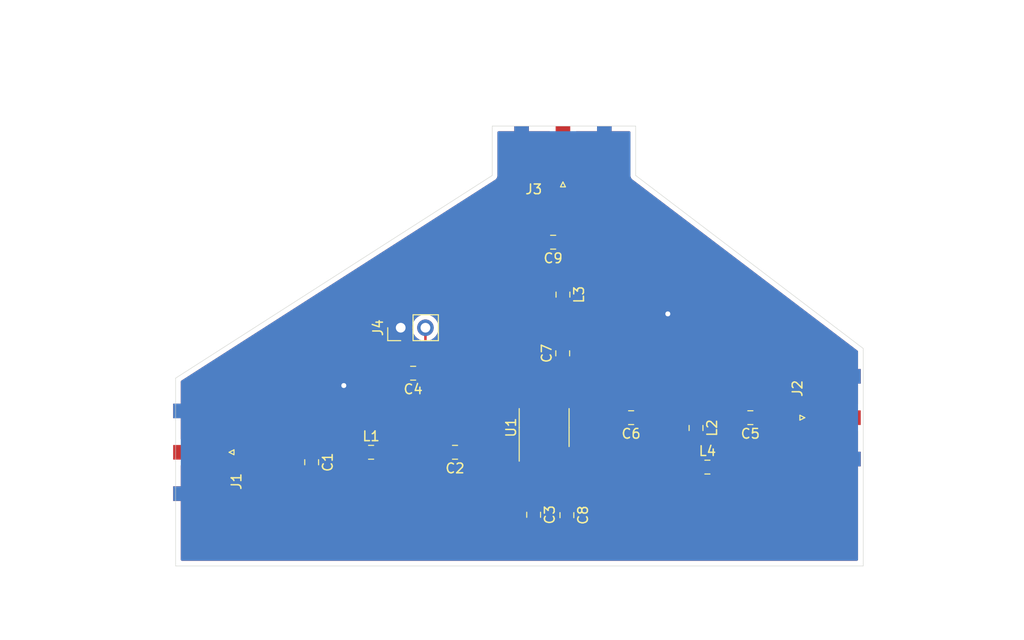
<source format=kicad_pcb>
(kicad_pcb (version 20171130) (host pcbnew "(5.1.5)-3")

  (general
    (thickness 1.6)
    (drawings 8)
    (tracks 28)
    (zones 0)
    (modules 18)
    (nets 15)
  )

  (page A4)
  (layers
    (0 F.Cu signal)
    (31 B.Cu signal)
    (32 B.Adhes user)
    (33 F.Adhes user)
    (34 B.Paste user)
    (35 F.Paste user)
    (36 B.SilkS user)
    (37 F.SilkS user)
    (38 B.Mask user)
    (39 F.Mask user)
    (40 Dwgs.User user)
    (41 Cmts.User user)
    (42 Eco1.User user)
    (43 Eco2.User user)
    (44 Edge.Cuts user)
    (45 Margin user)
    (46 B.CrtYd user)
    (47 F.CrtYd user)
    (48 B.Fab user)
    (49 F.Fab user)
  )

  (setup
    (last_trace_width 0.25)
    (trace_clearance 0.254)
    (zone_clearance 0.508)
    (zone_45_only no)
    (trace_min 0.2)
    (via_size 0.8)
    (via_drill 0.508)
    (via_min_size 0.4)
    (via_min_drill 0.3)
    (uvia_size 0.3)
    (uvia_drill 0.1)
    (uvias_allowed no)
    (uvia_min_size 0.2)
    (uvia_min_drill 0.1)
    (edge_width 0.05)
    (segment_width 0.2)
    (pcb_text_width 0.3)
    (pcb_text_size 1.5 1.5)
    (mod_edge_width 0.12)
    (mod_text_size 1 1)
    (mod_text_width 0.15)
    (pad_size 1.524 1.524)
    (pad_drill 0.762)
    (pad_to_mask_clearance 0.051)
    (solder_mask_min_width 0.25)
    (aux_axis_origin 0 0)
    (visible_elements 7FFFFFFF)
    (pcbplotparams
      (layerselection 0x01000_ffffffff)
      (usegerberextensions false)
      (usegerberattributes false)
      (usegerberadvancedattributes false)
      (creategerberjobfile false)
      (excludeedgelayer true)
      (linewidth 0.100000)
      (plotframeref false)
      (viasonmask false)
      (mode 1)
      (useauxorigin false)
      (hpglpennumber 1)
      (hpglpenspeed 20)
      (hpglpendiameter 15.000000)
      (psnegative false)
      (psa4output false)
      (plotreference true)
      (plotvalue true)
      (plotinvisibletext false)
      (padsonsilk false)
      (subtractmaskfromsilk false)
      (outputformat 1)
      (mirror false)
      (drillshape 0)
      (scaleselection 1)
      (outputdirectory "mill/"))
  )

  (net 0 "")
  (net 1 "Net-(C1-Pad1)")
  (net 2 GND)
  (net 3 "Net-(C2-Pad1)")
  (net 4 "Net-(C2-Pad2)")
  (net 5 "Net-(C3-Pad1)")
  (net 6 VCC)
  (net 7 "Net-(C5-Pad2)")
  (net 8 "Net-(C5-Pad1)")
  (net 9 "Net-(C6-Pad2)")
  (net 10 "Net-(C7-Pad2)")
  (net 11 "Net-(C7-Pad1)")
  (net 12 "Net-(C8-Pad1)")
  (net 13 "Net-(C9-Pad1)")
  (net 14 "Net-(L2-Pad2)")

  (net_class Default "This is the default net class."
    (clearance 0.254)
    (trace_width 0.25)
    (via_dia 0.8)
    (via_drill 0.508)
    (uvia_dia 0.3)
    (uvia_drill 0.1)
    (diff_pair_width 0.254)
    (diff_pair_gap 0.254)
    (add_net GND)
    (add_net "Net-(C1-Pad1)")
    (add_net "Net-(C2-Pad1)")
    (add_net "Net-(C2-Pad2)")
    (add_net "Net-(C3-Pad1)")
    (add_net "Net-(C5-Pad1)")
    (add_net "Net-(C5-Pad2)")
    (add_net "Net-(C6-Pad2)")
    (add_net "Net-(C7-Pad1)")
    (add_net "Net-(C7-Pad2)")
    (add_net "Net-(C8-Pad1)")
    (add_net "Net-(C9-Pad1)")
    (add_net "Net-(L2-Pad2)")
    (add_net VCC)
  )

  (module Capacitor_SMD:C_0805_2012Metric_Pad1.15x1.40mm_HandSolder (layer F.Cu) (tedit 5B36C52B) (tstamp 5E4791F0)
    (at 100.33 85.861 270)
    (descr "Capacitor SMD 0805 (2012 Metric), square (rectangular) end terminal, IPC_7351 nominal with elongated pad for handsoldering. (Body size source: https://docs.google.com/spreadsheets/d/1BsfQQcO9C6DZCsRaXUlFlo91Tg2WpOkGARC1WS5S8t0/edit?usp=sharing), generated with kicad-footprint-generator")
    (tags "capacitor handsolder")
    (path /5E44D56A)
    (attr smd)
    (fp_text reference C1 (at 0 -1.65 90) (layer F.SilkS)
      (effects (font (size 1 1) (thickness 0.15)))
    )
    (fp_text value 24p (at 0 1.65 90) (layer F.Fab)
      (effects (font (size 1 1) (thickness 0.15)))
    )
    (fp_line (start -1 0.6) (end -1 -0.6) (layer F.Fab) (width 0.1))
    (fp_line (start -1 -0.6) (end 1 -0.6) (layer F.Fab) (width 0.1))
    (fp_line (start 1 -0.6) (end 1 0.6) (layer F.Fab) (width 0.1))
    (fp_line (start 1 0.6) (end -1 0.6) (layer F.Fab) (width 0.1))
    (fp_line (start -0.261252 -0.71) (end 0.261252 -0.71) (layer F.SilkS) (width 0.12))
    (fp_line (start -0.261252 0.71) (end 0.261252 0.71) (layer F.SilkS) (width 0.12))
    (fp_line (start -1.85 0.95) (end -1.85 -0.95) (layer F.CrtYd) (width 0.05))
    (fp_line (start -1.85 -0.95) (end 1.85 -0.95) (layer F.CrtYd) (width 0.05))
    (fp_line (start 1.85 -0.95) (end 1.85 0.95) (layer F.CrtYd) (width 0.05))
    (fp_line (start 1.85 0.95) (end -1.85 0.95) (layer F.CrtYd) (width 0.05))
    (fp_text user %R (at 0 0 90) (layer F.Fab)
      (effects (font (size 0.5 0.5) (thickness 0.08)))
    )
    (pad 1 smd roundrect (at -1.025 0 270) (size 1.15 1.4) (layers F.Cu F.Paste F.Mask) (roundrect_rratio 0.217391)
      (net 1 "Net-(C1-Pad1)"))
    (pad 2 smd roundrect (at 1.025 0 270) (size 1.15 1.4) (layers F.Cu F.Paste F.Mask) (roundrect_rratio 0.217391)
      (net 2 GND))
    (model ${KISYS3DMOD}/Capacitor_SMD.3dshapes/C_0805_2012Metric.wrl
      (at (xyz 0 0 0))
      (scale (xyz 1 1 1))
      (rotate (xyz 0 0 0))
    )
  )

  (module Capacitor_SMD:C_0805_2012Metric_Pad1.15x1.40mm_HandSolder (layer F.Cu) (tedit 5B36C52B) (tstamp 5E479201)
    (at 115.053 84.836 180)
    (descr "Capacitor SMD 0805 (2012 Metric), square (rectangular) end terminal, IPC_7351 nominal with elongated pad for handsoldering. (Body size source: https://docs.google.com/spreadsheets/d/1BsfQQcO9C6DZCsRaXUlFlo91Tg2WpOkGARC1WS5S8t0/edit?usp=sharing), generated with kicad-footprint-generator")
    (tags "capacitor handsolder")
    (path /5E4487E9)
    (attr smd)
    (fp_text reference C2 (at 0 -1.65) (layer F.SilkS)
      (effects (font (size 1 1) (thickness 0.15)))
    )
    (fp_text value 10u (at 0 1.65) (layer F.Fab)
      (effects (font (size 1 1) (thickness 0.15)))
    )
    (fp_line (start -1 0.6) (end -1 -0.6) (layer F.Fab) (width 0.1))
    (fp_line (start -1 -0.6) (end 1 -0.6) (layer F.Fab) (width 0.1))
    (fp_line (start 1 -0.6) (end 1 0.6) (layer F.Fab) (width 0.1))
    (fp_line (start 1 0.6) (end -1 0.6) (layer F.Fab) (width 0.1))
    (fp_line (start -0.261252 -0.71) (end 0.261252 -0.71) (layer F.SilkS) (width 0.12))
    (fp_line (start -0.261252 0.71) (end 0.261252 0.71) (layer F.SilkS) (width 0.12))
    (fp_line (start -1.85 0.95) (end -1.85 -0.95) (layer F.CrtYd) (width 0.05))
    (fp_line (start -1.85 -0.95) (end 1.85 -0.95) (layer F.CrtYd) (width 0.05))
    (fp_line (start 1.85 -0.95) (end 1.85 0.95) (layer F.CrtYd) (width 0.05))
    (fp_line (start 1.85 0.95) (end -1.85 0.95) (layer F.CrtYd) (width 0.05))
    (fp_text user %R (at 0 0) (layer F.Fab)
      (effects (font (size 0.5 0.5) (thickness 0.08)))
    )
    (pad 1 smd roundrect (at -1.025 0 180) (size 1.15 1.4) (layers F.Cu F.Paste F.Mask) (roundrect_rratio 0.217391)
      (net 3 "Net-(C2-Pad1)"))
    (pad 2 smd roundrect (at 1.025 0 180) (size 1.15 1.4) (layers F.Cu F.Paste F.Mask) (roundrect_rratio 0.217391)
      (net 4 "Net-(C2-Pad2)"))
    (model ${KISYS3DMOD}/Capacitor_SMD.3dshapes/C_0805_2012Metric.wrl
      (at (xyz 0 0 0))
      (scale (xyz 1 1 1))
      (rotate (xyz 0 0 0))
    )
  )

  (module Capacitor_SMD:C_0805_2012Metric_Pad1.15x1.40mm_HandSolder (layer F.Cu) (tedit 5B36C52B) (tstamp 5E479212)
    (at 123.1265 91.2585 270)
    (descr "Capacitor SMD 0805 (2012 Metric), square (rectangular) end terminal, IPC_7351 nominal with elongated pad for handsoldering. (Body size source: https://docs.google.com/spreadsheets/d/1BsfQQcO9C6DZCsRaXUlFlo91Tg2WpOkGARC1WS5S8t0/edit?usp=sharing), generated with kicad-footprint-generator")
    (tags "capacitor handsolder")
    (path /5E449573)
    (attr smd)
    (fp_text reference C3 (at 0 -1.65 90) (layer F.SilkS)
      (effects (font (size 1 1) (thickness 0.15)))
    )
    (fp_text value 10u (at 0 1.65 90) (layer F.Fab)
      (effects (font (size 1 1) (thickness 0.15)))
    )
    (fp_line (start -1 0.6) (end -1 -0.6) (layer F.Fab) (width 0.1))
    (fp_line (start -1 -0.6) (end 1 -0.6) (layer F.Fab) (width 0.1))
    (fp_line (start 1 -0.6) (end 1 0.6) (layer F.Fab) (width 0.1))
    (fp_line (start 1 0.6) (end -1 0.6) (layer F.Fab) (width 0.1))
    (fp_line (start -0.261252 -0.71) (end 0.261252 -0.71) (layer F.SilkS) (width 0.12))
    (fp_line (start -0.261252 0.71) (end 0.261252 0.71) (layer F.SilkS) (width 0.12))
    (fp_line (start -1.85 0.95) (end -1.85 -0.95) (layer F.CrtYd) (width 0.05))
    (fp_line (start -1.85 -0.95) (end 1.85 -0.95) (layer F.CrtYd) (width 0.05))
    (fp_line (start 1.85 -0.95) (end 1.85 0.95) (layer F.CrtYd) (width 0.05))
    (fp_line (start 1.85 0.95) (end -1.85 0.95) (layer F.CrtYd) (width 0.05))
    (fp_text user %R (at 0 0 90) (layer F.Fab)
      (effects (font (size 0.5 0.5) (thickness 0.08)))
    )
    (pad 1 smd roundrect (at -1.025 0 270) (size 1.15 1.4) (layers F.Cu F.Paste F.Mask) (roundrect_rratio 0.217391)
      (net 5 "Net-(C3-Pad1)"))
    (pad 2 smd roundrect (at 1.025 0 270) (size 1.15 1.4) (layers F.Cu F.Paste F.Mask) (roundrect_rratio 0.217391)
      (net 2 GND))
    (model ${KISYS3DMOD}/Capacitor_SMD.3dshapes/C_0805_2012Metric.wrl
      (at (xyz 0 0 0))
      (scale (xyz 1 1 1))
      (rotate (xyz 0 0 0))
    )
  )

  (module Capacitor_SMD:C_0805_2012Metric_Pad1.15x1.40mm_HandSolder (layer F.Cu) (tedit 5B36C52B) (tstamp 5E479223)
    (at 110.753 76.708 180)
    (descr "Capacitor SMD 0805 (2012 Metric), square (rectangular) end terminal, IPC_7351 nominal with elongated pad for handsoldering. (Body size source: https://docs.google.com/spreadsheets/d/1BsfQQcO9C6DZCsRaXUlFlo91Tg2WpOkGARC1WS5S8t0/edit?usp=sharing), generated with kicad-footprint-generator")
    (tags "capacitor handsolder")
    (path /5E4687A5)
    (attr smd)
    (fp_text reference C4 (at 0 -1.65) (layer F.SilkS)
      (effects (font (size 1 1) (thickness 0.15)))
    )
    (fp_text value 10u (at 0 1.65) (layer F.Fab)
      (effects (font (size 1 1) (thickness 0.15)))
    )
    (fp_text user %R (at 0 0) (layer F.Fab)
      (effects (font (size 0.5 0.5) (thickness 0.08)))
    )
    (fp_line (start 1.85 0.95) (end -1.85 0.95) (layer F.CrtYd) (width 0.05))
    (fp_line (start 1.85 -0.95) (end 1.85 0.95) (layer F.CrtYd) (width 0.05))
    (fp_line (start -1.85 -0.95) (end 1.85 -0.95) (layer F.CrtYd) (width 0.05))
    (fp_line (start -1.85 0.95) (end -1.85 -0.95) (layer F.CrtYd) (width 0.05))
    (fp_line (start -0.261252 0.71) (end 0.261252 0.71) (layer F.SilkS) (width 0.12))
    (fp_line (start -0.261252 -0.71) (end 0.261252 -0.71) (layer F.SilkS) (width 0.12))
    (fp_line (start 1 0.6) (end -1 0.6) (layer F.Fab) (width 0.1))
    (fp_line (start 1 -0.6) (end 1 0.6) (layer F.Fab) (width 0.1))
    (fp_line (start -1 -0.6) (end 1 -0.6) (layer F.Fab) (width 0.1))
    (fp_line (start -1 0.6) (end -1 -0.6) (layer F.Fab) (width 0.1))
    (pad 2 smd roundrect (at 1.025 0 180) (size 1.15 1.4) (layers F.Cu F.Paste F.Mask) (roundrect_rratio 0.217391)
      (net 2 GND))
    (pad 1 smd roundrect (at -1.025 0 180) (size 1.15 1.4) (layers F.Cu F.Paste F.Mask) (roundrect_rratio 0.217391)
      (net 6 VCC))
    (model ${KISYS3DMOD}/Capacitor_SMD.3dshapes/C_0805_2012Metric.wrl
      (at (xyz 0 0 0))
      (scale (xyz 1 1 1))
      (rotate (xyz 0 0 0))
    )
  )

  (module Capacitor_SMD:C_0805_2012Metric_Pad1.15x1.40mm_HandSolder (layer F.Cu) (tedit 5B36C52B) (tstamp 5E479234)
    (at 145.3806 81.28 180)
    (descr "Capacitor SMD 0805 (2012 Metric), square (rectangular) end terminal, IPC_7351 nominal with elongated pad for handsoldering. (Body size source: https://docs.google.com/spreadsheets/d/1BsfQQcO9C6DZCsRaXUlFlo91Tg2WpOkGARC1WS5S8t0/edit?usp=sharing), generated with kicad-footprint-generator")
    (tags "capacitor handsolder")
    (path /5E462B15)
    (attr smd)
    (fp_text reference C5 (at 0 -1.65) (layer F.SilkS)
      (effects (font (size 1 1) (thickness 0.15)))
    )
    (fp_text value 2.2n (at 0 1.65) (layer F.Fab)
      (effects (font (size 1 1) (thickness 0.15)))
    )
    (fp_text user %R (at 0 0) (layer F.Fab)
      (effects (font (size 0.5 0.5) (thickness 0.08)))
    )
    (fp_line (start 1.85 0.95) (end -1.85 0.95) (layer F.CrtYd) (width 0.05))
    (fp_line (start 1.85 -0.95) (end 1.85 0.95) (layer F.CrtYd) (width 0.05))
    (fp_line (start -1.85 -0.95) (end 1.85 -0.95) (layer F.CrtYd) (width 0.05))
    (fp_line (start -1.85 0.95) (end -1.85 -0.95) (layer F.CrtYd) (width 0.05))
    (fp_line (start -0.261252 0.71) (end 0.261252 0.71) (layer F.SilkS) (width 0.12))
    (fp_line (start -0.261252 -0.71) (end 0.261252 -0.71) (layer F.SilkS) (width 0.12))
    (fp_line (start 1 0.6) (end -1 0.6) (layer F.Fab) (width 0.1))
    (fp_line (start 1 -0.6) (end 1 0.6) (layer F.Fab) (width 0.1))
    (fp_line (start -1 -0.6) (end 1 -0.6) (layer F.Fab) (width 0.1))
    (fp_line (start -1 0.6) (end -1 -0.6) (layer F.Fab) (width 0.1))
    (pad 2 smd roundrect (at 1.025 0 180) (size 1.15 1.4) (layers F.Cu F.Paste F.Mask) (roundrect_rratio 0.217391)
      (net 7 "Net-(C5-Pad2)"))
    (pad 1 smd roundrect (at -1.025 0 180) (size 1.15 1.4) (layers F.Cu F.Paste F.Mask) (roundrect_rratio 0.217391)
      (net 8 "Net-(C5-Pad1)"))
    (model ${KISYS3DMOD}/Capacitor_SMD.3dshapes/C_0805_2012Metric.wrl
      (at (xyz 0 0 0))
      (scale (xyz 1 1 1))
      (rotate (xyz 0 0 0))
    )
  )

  (module Capacitor_SMD:C_0805_2012Metric_Pad1.15x1.40mm_HandSolder (layer F.Cu) (tedit 5B36C52B) (tstamp 5E479245)
    (at 133.1378 81.28 180)
    (descr "Capacitor SMD 0805 (2012 Metric), square (rectangular) end terminal, IPC_7351 nominal with elongated pad for handsoldering. (Body size source: https://docs.google.com/spreadsheets/d/1BsfQQcO9C6DZCsRaXUlFlo91Tg2WpOkGARC1WS5S8t0/edit?usp=sharing), generated with kicad-footprint-generator")
    (tags "capacitor handsolder")
    (path /5E465A73)
    (attr smd)
    (fp_text reference C6 (at 0 -1.65) (layer F.SilkS)
      (effects (font (size 1 1) (thickness 0.15)))
    )
    (fp_text value 10u (at 0 1.65) (layer F.Fab)
      (effects (font (size 1 1) (thickness 0.15)))
    )
    (fp_line (start -1 0.6) (end -1 -0.6) (layer F.Fab) (width 0.1))
    (fp_line (start -1 -0.6) (end 1 -0.6) (layer F.Fab) (width 0.1))
    (fp_line (start 1 -0.6) (end 1 0.6) (layer F.Fab) (width 0.1))
    (fp_line (start 1 0.6) (end -1 0.6) (layer F.Fab) (width 0.1))
    (fp_line (start -0.261252 -0.71) (end 0.261252 -0.71) (layer F.SilkS) (width 0.12))
    (fp_line (start -0.261252 0.71) (end 0.261252 0.71) (layer F.SilkS) (width 0.12))
    (fp_line (start -1.85 0.95) (end -1.85 -0.95) (layer F.CrtYd) (width 0.05))
    (fp_line (start -1.85 -0.95) (end 1.85 -0.95) (layer F.CrtYd) (width 0.05))
    (fp_line (start 1.85 -0.95) (end 1.85 0.95) (layer F.CrtYd) (width 0.05))
    (fp_line (start 1.85 0.95) (end -1.85 0.95) (layer F.CrtYd) (width 0.05))
    (fp_text user %R (at 0 0) (layer F.Fab)
      (effects (font (size 0.5 0.5) (thickness 0.08)))
    )
    (pad 1 smd roundrect (at -1.025 0 180) (size 1.15 1.4) (layers F.Cu F.Paste F.Mask) (roundrect_rratio 0.217391)
      (net 7 "Net-(C5-Pad2)"))
    (pad 2 smd roundrect (at 1.025 0 180) (size 1.15 1.4) (layers F.Cu F.Paste F.Mask) (roundrect_rratio 0.217391)
      (net 9 "Net-(C6-Pad2)"))
    (model ${KISYS3DMOD}/Capacitor_SMD.3dshapes/C_0805_2012Metric.wrl
      (at (xyz 0 0 0))
      (scale (xyz 1 1 1))
      (rotate (xyz 0 0 0))
    )
  )

  (module Capacitor_SMD:C_0805_2012Metric_Pad1.15x1.40mm_HandSolder (layer F.Cu) (tedit 5B36C52B) (tstamp 5E479256)
    (at 126.111 74.667 90)
    (descr "Capacitor SMD 0805 (2012 Metric), square (rectangular) end terminal, IPC_7351 nominal with elongated pad for handsoldering. (Body size source: https://docs.google.com/spreadsheets/d/1BsfQQcO9C6DZCsRaXUlFlo91Tg2WpOkGARC1WS5S8t0/edit?usp=sharing), generated with kicad-footprint-generator")
    (tags "capacitor handsolder")
    (path /5E451C2F)
    (attr smd)
    (fp_text reference C7 (at 0 -1.65 90) (layer F.SilkS)
      (effects (font (size 1 1) (thickness 0.15)))
    )
    (fp_text value 10u (at 0 1.65 90) (layer F.Fab)
      (effects (font (size 1 1) (thickness 0.15)))
    )
    (fp_text user %R (at 0 0 90) (layer F.Fab)
      (effects (font (size 0.5 0.5) (thickness 0.08)))
    )
    (fp_line (start 1.85 0.95) (end -1.85 0.95) (layer F.CrtYd) (width 0.05))
    (fp_line (start 1.85 -0.95) (end 1.85 0.95) (layer F.CrtYd) (width 0.05))
    (fp_line (start -1.85 -0.95) (end 1.85 -0.95) (layer F.CrtYd) (width 0.05))
    (fp_line (start -1.85 0.95) (end -1.85 -0.95) (layer F.CrtYd) (width 0.05))
    (fp_line (start -0.261252 0.71) (end 0.261252 0.71) (layer F.SilkS) (width 0.12))
    (fp_line (start -0.261252 -0.71) (end 0.261252 -0.71) (layer F.SilkS) (width 0.12))
    (fp_line (start 1 0.6) (end -1 0.6) (layer F.Fab) (width 0.1))
    (fp_line (start 1 -0.6) (end 1 0.6) (layer F.Fab) (width 0.1))
    (fp_line (start -1 -0.6) (end 1 -0.6) (layer F.Fab) (width 0.1))
    (fp_line (start -1 0.6) (end -1 -0.6) (layer F.Fab) (width 0.1))
    (pad 2 smd roundrect (at 1.025 0 90) (size 1.15 1.4) (layers F.Cu F.Paste F.Mask) (roundrect_rratio 0.217391)
      (net 10 "Net-(C7-Pad2)"))
    (pad 1 smd roundrect (at -1.025 0 90) (size 1.15 1.4) (layers F.Cu F.Paste F.Mask) (roundrect_rratio 0.217391)
      (net 11 "Net-(C7-Pad1)"))
    (model ${KISYS3DMOD}/Capacitor_SMD.3dshapes/C_0805_2012Metric.wrl
      (at (xyz 0 0 0))
      (scale (xyz 1 1 1))
      (rotate (xyz 0 0 0))
    )
  )

  (module Capacitor_SMD:C_0805_2012Metric_Pad1.15x1.40mm_HandSolder (layer F.Cu) (tedit 5B36C52B) (tstamp 5E479267)
    (at 126.5428 91.2966 270)
    (descr "Capacitor SMD 0805 (2012 Metric), square (rectangular) end terminal, IPC_7351 nominal with elongated pad for handsoldering. (Body size source: https://docs.google.com/spreadsheets/d/1BsfQQcO9C6DZCsRaXUlFlo91Tg2WpOkGARC1WS5S8t0/edit?usp=sharing), generated with kicad-footprint-generator")
    (tags "capacitor handsolder")
    (path /5E451C39)
    (attr smd)
    (fp_text reference C8 (at 0 -1.65 90) (layer F.SilkS)
      (effects (font (size 1 1) (thickness 0.15)))
    )
    (fp_text value 10u (at 0 1.65 90) (layer F.Fab)
      (effects (font (size 1 1) (thickness 0.15)))
    )
    (fp_line (start -1 0.6) (end -1 -0.6) (layer F.Fab) (width 0.1))
    (fp_line (start -1 -0.6) (end 1 -0.6) (layer F.Fab) (width 0.1))
    (fp_line (start 1 -0.6) (end 1 0.6) (layer F.Fab) (width 0.1))
    (fp_line (start 1 0.6) (end -1 0.6) (layer F.Fab) (width 0.1))
    (fp_line (start -0.261252 -0.71) (end 0.261252 -0.71) (layer F.SilkS) (width 0.12))
    (fp_line (start -0.261252 0.71) (end 0.261252 0.71) (layer F.SilkS) (width 0.12))
    (fp_line (start -1.85 0.95) (end -1.85 -0.95) (layer F.CrtYd) (width 0.05))
    (fp_line (start -1.85 -0.95) (end 1.85 -0.95) (layer F.CrtYd) (width 0.05))
    (fp_line (start 1.85 -0.95) (end 1.85 0.95) (layer F.CrtYd) (width 0.05))
    (fp_line (start 1.85 0.95) (end -1.85 0.95) (layer F.CrtYd) (width 0.05))
    (fp_text user %R (at 0 0 90) (layer F.Fab)
      (effects (font (size 0.5 0.5) (thickness 0.08)))
    )
    (pad 1 smd roundrect (at -1.025 0 270) (size 1.15 1.4) (layers F.Cu F.Paste F.Mask) (roundrect_rratio 0.217391)
      (net 12 "Net-(C8-Pad1)"))
    (pad 2 smd roundrect (at 1.025 0 270) (size 1.15 1.4) (layers F.Cu F.Paste F.Mask) (roundrect_rratio 0.217391)
      (net 2 GND))
    (model ${KISYS3DMOD}/Capacitor_SMD.3dshapes/C_0805_2012Metric.wrl
      (at (xyz 0 0 0))
      (scale (xyz 1 1 1))
      (rotate (xyz 0 0 0))
    )
  )

  (module Capacitor_SMD:C_0805_2012Metric_Pad1.15x1.40mm_HandSolder (layer F.Cu) (tedit 5B36C52B) (tstamp 5E479278)
    (at 125.1294 63.246 180)
    (descr "Capacitor SMD 0805 (2012 Metric), square (rectangular) end terminal, IPC_7351 nominal with elongated pad for handsoldering. (Body size source: https://docs.google.com/spreadsheets/d/1BsfQQcO9C6DZCsRaXUlFlo91Tg2WpOkGARC1WS5S8t0/edit?usp=sharing), generated with kicad-footprint-generator")
    (tags "capacitor handsolder")
    (path /5E451C70)
    (attr smd)
    (fp_text reference C9 (at 0 -1.65) (layer F.SilkS)
      (effects (font (size 1 1) (thickness 0.15)))
    )
    (fp_text value 820p (at 0 1.65) (layer F.Fab)
      (effects (font (size 1 1) (thickness 0.15)))
    )
    (fp_text user %R (at 0 0) (layer F.Fab)
      (effects (font (size 0.5 0.5) (thickness 0.08)))
    )
    (fp_line (start 1.85 0.95) (end -1.85 0.95) (layer F.CrtYd) (width 0.05))
    (fp_line (start 1.85 -0.95) (end 1.85 0.95) (layer F.CrtYd) (width 0.05))
    (fp_line (start -1.85 -0.95) (end 1.85 -0.95) (layer F.CrtYd) (width 0.05))
    (fp_line (start -1.85 0.95) (end -1.85 -0.95) (layer F.CrtYd) (width 0.05))
    (fp_line (start -0.261252 0.71) (end 0.261252 0.71) (layer F.SilkS) (width 0.12))
    (fp_line (start -0.261252 -0.71) (end 0.261252 -0.71) (layer F.SilkS) (width 0.12))
    (fp_line (start 1 0.6) (end -1 0.6) (layer F.Fab) (width 0.1))
    (fp_line (start 1 -0.6) (end 1 0.6) (layer F.Fab) (width 0.1))
    (fp_line (start -1 -0.6) (end 1 -0.6) (layer F.Fab) (width 0.1))
    (fp_line (start -1 0.6) (end -1 -0.6) (layer F.Fab) (width 0.1))
    (pad 2 smd roundrect (at 1.025 0 180) (size 1.15 1.4) (layers F.Cu F.Paste F.Mask) (roundrect_rratio 0.217391)
      (net 2 GND))
    (pad 1 smd roundrect (at -1.025 0 180) (size 1.15 1.4) (layers F.Cu F.Paste F.Mask) (roundrect_rratio 0.217391)
      (net 13 "Net-(C9-Pad1)"))
    (model ${KISYS3DMOD}/Capacitor_SMD.3dshapes/C_0805_2012Metric.wrl
      (at (xyz 0 0 0))
      (scale (xyz 1 1 1))
      (rotate (xyz 0 0 0))
    )
  )

  (module Inductor_SMD:L_0805_2012Metric_Pad1.15x1.40mm_HandSolder (layer F.Cu) (tedit 5B36C52B) (tstamp 5E47930D)
    (at 106.435 84.836)
    (descr "Capacitor SMD 0805 (2012 Metric), square (rectangular) end terminal, IPC_7351 nominal with elongated pad for handsoldering. (Body size source: https://docs.google.com/spreadsheets/d/1BsfQQcO9C6DZCsRaXUlFlo91Tg2WpOkGARC1WS5S8t0/edit?usp=sharing), generated with kicad-footprint-generator")
    (tags "inductor handsolder")
    (path /5E44CBA9)
    (attr smd)
    (fp_text reference L1 (at 0 -1.65) (layer F.SilkS)
      (effects (font (size 1 1) (thickness 0.15)))
    )
    (fp_text value 2uH (at 0 1.65) (layer F.Fab)
      (effects (font (size 1 1) (thickness 0.15)))
    )
    (fp_text user %R (at 0 0) (layer F.Fab)
      (effects (font (size 0.5 0.5) (thickness 0.08)))
    )
    (fp_line (start 1.85 0.95) (end -1.85 0.95) (layer F.CrtYd) (width 0.05))
    (fp_line (start 1.85 -0.95) (end 1.85 0.95) (layer F.CrtYd) (width 0.05))
    (fp_line (start -1.85 -0.95) (end 1.85 -0.95) (layer F.CrtYd) (width 0.05))
    (fp_line (start -1.85 0.95) (end -1.85 -0.95) (layer F.CrtYd) (width 0.05))
    (fp_line (start -0.261252 0.71) (end 0.261252 0.71) (layer F.SilkS) (width 0.12))
    (fp_line (start -0.261252 -0.71) (end 0.261252 -0.71) (layer F.SilkS) (width 0.12))
    (fp_line (start 1 0.6) (end -1 0.6) (layer F.Fab) (width 0.1))
    (fp_line (start 1 -0.6) (end 1 0.6) (layer F.Fab) (width 0.1))
    (fp_line (start -1 -0.6) (end 1 -0.6) (layer F.Fab) (width 0.1))
    (fp_line (start -1 0.6) (end -1 -0.6) (layer F.Fab) (width 0.1))
    (pad 2 smd roundrect (at 1.025 0) (size 1.15 1.4) (layers F.Cu F.Paste F.Mask) (roundrect_rratio 0.217391)
      (net 4 "Net-(C2-Pad2)"))
    (pad 1 smd roundrect (at -1.025 0) (size 1.15 1.4) (layers F.Cu F.Paste F.Mask) (roundrect_rratio 0.217391)
      (net 1 "Net-(C1-Pad1)"))
    (model ${KISYS3DMOD}/Inductor_SMD.3dshapes/L_0805_2012Metric.wrl
      (at (xyz 0 0 0))
      (scale (xyz 1 1 1))
      (rotate (xyz 0 0 0))
    )
  )

  (module Inductor_SMD:L_0805_2012Metric_Pad1.15x1.40mm_HandSolder (layer F.Cu) (tedit 5B36C52B) (tstamp 5E47931E)
    (at 139.8016 82.3378 270)
    (descr "Capacitor SMD 0805 (2012 Metric), square (rectangular) end terminal, IPC_7351 nominal with elongated pad for handsoldering. (Body size source: https://docs.google.com/spreadsheets/d/1BsfQQcO9C6DZCsRaXUlFlo91Tg2WpOkGARC1WS5S8t0/edit?usp=sharing), generated with kicad-footprint-generator")
    (tags "inductor handsolder")
    (path /5E4634AE)
    (attr smd)
    (fp_text reference L2 (at 0 -1.65 90) (layer F.SilkS)
      (effects (font (size 1 1) (thickness 0.15)))
    )
    (fp_text value 5.6u (at 0 1.65 90) (layer F.Fab)
      (effects (font (size 1 1) (thickness 0.15)))
    )
    (fp_text user %R (at 0 0 90) (layer F.Fab)
      (effects (font (size 0.5 0.5) (thickness 0.08)))
    )
    (fp_line (start 1.85 0.95) (end -1.85 0.95) (layer F.CrtYd) (width 0.05))
    (fp_line (start 1.85 -0.95) (end 1.85 0.95) (layer F.CrtYd) (width 0.05))
    (fp_line (start -1.85 -0.95) (end 1.85 -0.95) (layer F.CrtYd) (width 0.05))
    (fp_line (start -1.85 0.95) (end -1.85 -0.95) (layer F.CrtYd) (width 0.05))
    (fp_line (start -0.261252 0.71) (end 0.261252 0.71) (layer F.SilkS) (width 0.12))
    (fp_line (start -0.261252 -0.71) (end 0.261252 -0.71) (layer F.SilkS) (width 0.12))
    (fp_line (start 1 0.6) (end -1 0.6) (layer F.Fab) (width 0.1))
    (fp_line (start 1 -0.6) (end 1 0.6) (layer F.Fab) (width 0.1))
    (fp_line (start -1 -0.6) (end 1 -0.6) (layer F.Fab) (width 0.1))
    (fp_line (start -1 0.6) (end -1 -0.6) (layer F.Fab) (width 0.1))
    (pad 2 smd roundrect (at 1.025 0 270) (size 1.15 1.4) (layers F.Cu F.Paste F.Mask) (roundrect_rratio 0.217391)
      (net 14 "Net-(L2-Pad2)"))
    (pad 1 smd roundrect (at -1.025 0 270) (size 1.15 1.4) (layers F.Cu F.Paste F.Mask) (roundrect_rratio 0.217391)
      (net 7 "Net-(C5-Pad2)"))
    (model ${KISYS3DMOD}/Inductor_SMD.3dshapes/L_0805_2012Metric.wrl
      (at (xyz 0 0 0))
      (scale (xyz 1 1 1))
      (rotate (xyz 0 0 0))
    )
  )

  (module Inductor_SMD:L_0805_2012Metric_Pad1.15x1.40mm_HandSolder (layer F.Cu) (tedit 5B36C52B) (tstamp 5E47932F)
    (at 126.1364 68.6308 270)
    (descr "Capacitor SMD 0805 (2012 Metric), square (rectangular) end terminal, IPC_7351 nominal with elongated pad for handsoldering. (Body size source: https://docs.google.com/spreadsheets/d/1BsfQQcO9C6DZCsRaXUlFlo91Tg2WpOkGARC1WS5S8t0/edit?usp=sharing), generated with kicad-footprint-generator")
    (tags "inductor handsolder")
    (path /5E451C66)
    (attr smd)
    (fp_text reference L3 (at 0 -1.65 90) (layer F.SilkS)
      (effects (font (size 1 1) (thickness 0.15)))
    )
    (fp_text value 68n (at 0 1.65 90) (layer F.Fab)
      (effects (font (size 1 1) (thickness 0.15)))
    )
    (fp_line (start -1 0.6) (end -1 -0.6) (layer F.Fab) (width 0.1))
    (fp_line (start -1 -0.6) (end 1 -0.6) (layer F.Fab) (width 0.1))
    (fp_line (start 1 -0.6) (end 1 0.6) (layer F.Fab) (width 0.1))
    (fp_line (start 1 0.6) (end -1 0.6) (layer F.Fab) (width 0.1))
    (fp_line (start -0.261252 -0.71) (end 0.261252 -0.71) (layer F.SilkS) (width 0.12))
    (fp_line (start -0.261252 0.71) (end 0.261252 0.71) (layer F.SilkS) (width 0.12))
    (fp_line (start -1.85 0.95) (end -1.85 -0.95) (layer F.CrtYd) (width 0.05))
    (fp_line (start -1.85 -0.95) (end 1.85 -0.95) (layer F.CrtYd) (width 0.05))
    (fp_line (start 1.85 -0.95) (end 1.85 0.95) (layer F.CrtYd) (width 0.05))
    (fp_line (start 1.85 0.95) (end -1.85 0.95) (layer F.CrtYd) (width 0.05))
    (fp_text user %R (at 0 0 90) (layer F.Fab)
      (effects (font (size 0.5 0.5) (thickness 0.08)))
    )
    (pad 1 smd roundrect (at -1.025 0 270) (size 1.15 1.4) (layers F.Cu F.Paste F.Mask) (roundrect_rratio 0.217391)
      (net 13 "Net-(C9-Pad1)"))
    (pad 2 smd roundrect (at 1.025 0 270) (size 1.15 1.4) (layers F.Cu F.Paste F.Mask) (roundrect_rratio 0.217391)
      (net 10 "Net-(C7-Pad2)"))
    (model ${KISYS3DMOD}/Inductor_SMD.3dshapes/L_0805_2012Metric.wrl
      (at (xyz 0 0 0))
      (scale (xyz 1 1 1))
      (rotate (xyz 0 0 0))
    )
  )

  (module Inductor_SMD:L_0805_2012Metric_Pad1.15x1.40mm_HandSolder (layer F.Cu) (tedit 5B36C52B) (tstamp 5E479340)
    (at 140.97 86.36)
    (descr "Capacitor SMD 0805 (2012 Metric), square (rectangular) end terminal, IPC_7351 nominal with elongated pad for handsoldering. (Body size source: https://docs.google.com/spreadsheets/d/1BsfQQcO9C6DZCsRaXUlFlo91Tg2WpOkGARC1WS5S8t0/edit?usp=sharing), generated with kicad-footprint-generator")
    (tags "inductor handsolder")
    (path /5E464083)
    (attr smd)
    (fp_text reference L4 (at 0 -1.65) (layer F.SilkS)
      (effects (font (size 1 1) (thickness 0.15)))
    )
    (fp_text value 680n (at 0 1.65) (layer F.Fab)
      (effects (font (size 1 1) (thickness 0.15)))
    )
    (fp_line (start -1 0.6) (end -1 -0.6) (layer F.Fab) (width 0.1))
    (fp_line (start -1 -0.6) (end 1 -0.6) (layer F.Fab) (width 0.1))
    (fp_line (start 1 -0.6) (end 1 0.6) (layer F.Fab) (width 0.1))
    (fp_line (start 1 0.6) (end -1 0.6) (layer F.Fab) (width 0.1))
    (fp_line (start -0.261252 -0.71) (end 0.261252 -0.71) (layer F.SilkS) (width 0.12))
    (fp_line (start -0.261252 0.71) (end 0.261252 0.71) (layer F.SilkS) (width 0.12))
    (fp_line (start -1.85 0.95) (end -1.85 -0.95) (layer F.CrtYd) (width 0.05))
    (fp_line (start -1.85 -0.95) (end 1.85 -0.95) (layer F.CrtYd) (width 0.05))
    (fp_line (start 1.85 -0.95) (end 1.85 0.95) (layer F.CrtYd) (width 0.05))
    (fp_line (start 1.85 0.95) (end -1.85 0.95) (layer F.CrtYd) (width 0.05))
    (fp_text user %R (at 0 0) (layer F.Fab)
      (effects (font (size 0.5 0.5) (thickness 0.08)))
    )
    (pad 1 smd roundrect (at -1.025 0) (size 1.15 1.4) (layers F.Cu F.Paste F.Mask) (roundrect_rratio 0.217391)
      (net 14 "Net-(L2-Pad2)"))
    (pad 2 smd roundrect (at 1.025 0) (size 1.15 1.4) (layers F.Cu F.Paste F.Mask) (roundrect_rratio 0.217391)
      (net 2 GND))
    (model ${KISYS3DMOD}/Inductor_SMD.3dshapes/L_0805_2012Metric.wrl
      (at (xyz 0 0 0))
      (scale (xyz 1 1 1))
      (rotate (xyz 0 0 0))
    )
  )

  (module Package_SO:SO-8_3.9x4.9mm_P1.27mm (layer F.Cu) (tedit 5D9F72B1) (tstamp 5E47935A)
    (at 124.206 82.296 90)
    (descr "SO, 8 Pin (https://www.nxp.com/docs/en/data-sheet/PCF8523.pdf), generated with kicad-footprint-generator ipc_gullwing_generator.py")
    (tags "SO SO")
    (path /5E447907)
    (attr smd)
    (fp_text reference U1 (at 0 -3.4 90) (layer F.SilkS)
      (effects (font (size 1 1) (thickness 0.15)))
    )
    (fp_text value SA602 (at 0 3.4 90) (layer F.Fab)
      (effects (font (size 1 1) (thickness 0.15)))
    )
    (fp_line (start 0 2.56) (end 1.95 2.56) (layer F.SilkS) (width 0.12))
    (fp_line (start 0 2.56) (end -1.95 2.56) (layer F.SilkS) (width 0.12))
    (fp_line (start 0 -2.56) (end 1.95 -2.56) (layer F.SilkS) (width 0.12))
    (fp_line (start 0 -2.56) (end -3.45 -2.56) (layer F.SilkS) (width 0.12))
    (fp_line (start -0.975 -2.45) (end 1.95 -2.45) (layer F.Fab) (width 0.1))
    (fp_line (start 1.95 -2.45) (end 1.95 2.45) (layer F.Fab) (width 0.1))
    (fp_line (start 1.95 2.45) (end -1.95 2.45) (layer F.Fab) (width 0.1))
    (fp_line (start -1.95 2.45) (end -1.95 -1.475) (layer F.Fab) (width 0.1))
    (fp_line (start -1.95 -1.475) (end -0.975 -2.45) (layer F.Fab) (width 0.1))
    (fp_line (start -3.7 -2.7) (end -3.7 2.7) (layer F.CrtYd) (width 0.05))
    (fp_line (start -3.7 2.7) (end 3.7 2.7) (layer F.CrtYd) (width 0.05))
    (fp_line (start 3.7 2.7) (end 3.7 -2.7) (layer F.CrtYd) (width 0.05))
    (fp_line (start 3.7 -2.7) (end -3.7 -2.7) (layer F.CrtYd) (width 0.05))
    (fp_text user %R (at 0 0 90) (layer F.Fab)
      (effects (font (size 0.98 0.98) (thickness 0.15)))
    )
    (pad 1 smd roundrect (at -2.575 -1.905 90) (size 1.75 0.6) (layers F.Cu F.Paste F.Mask) (roundrect_rratio 0.25)
      (net 3 "Net-(C2-Pad1)"))
    (pad 2 smd roundrect (at -2.575 -0.635 90) (size 1.75 0.6) (layers F.Cu F.Paste F.Mask) (roundrect_rratio 0.25)
      (net 5 "Net-(C3-Pad1)"))
    (pad 3 smd roundrect (at -2.575 0.635 90) (size 1.75 0.6) (layers F.Cu F.Paste F.Mask) (roundrect_rratio 0.25)
      (net 2 GND))
    (pad 4 smd roundrect (at -2.575 1.905 90) (size 1.75 0.6) (layers F.Cu F.Paste F.Mask) (roundrect_rratio 0.25)
      (net 12 "Net-(C8-Pad1)"))
    (pad 5 smd roundrect (at 2.575 1.905 90) (size 1.75 0.6) (layers F.Cu F.Paste F.Mask) (roundrect_rratio 0.25)
      (net 11 "Net-(C7-Pad1)"))
    (pad 6 smd roundrect (at 2.575 0.635 90) (size 1.75 0.6) (layers F.Cu F.Paste F.Mask) (roundrect_rratio 0.25)
      (net 9 "Net-(C6-Pad2)"))
    (pad 7 smd roundrect (at 2.575 -0.635 90) (size 1.75 0.6) (layers F.Cu F.Paste F.Mask) (roundrect_rratio 0.25))
    (pad 8 smd roundrect (at 2.575 -1.905 90) (size 1.75 0.6) (layers F.Cu F.Paste F.Mask) (roundrect_rratio 0.25)
      (net 6 VCC))
    (model ${KISYS3DMOD}/Package_SO.3dshapes/SO-8_3.9x4.9mm_P1.27mm.wrl
      (at (xyz 0 0 0))
      (scale (xyz 1 1 1))
      (rotate (xyz 0 0 0))
    )
  )

  (module Connector_PinHeader_2.54mm:PinHeader_1x02_P2.54mm_Vertical (layer F.Cu) (tedit 59FED5CC) (tstamp 5E47AFE9)
    (at 109.474 72.0344 90)
    (descr "Through hole straight pin header, 1x02, 2.54mm pitch, single row")
    (tags "Through hole pin header THT 1x02 2.54mm single row")
    (path /5E48A5E5)
    (fp_text reference J4 (at 0 -2.33 90) (layer F.SilkS)
      (effects (font (size 1 1) (thickness 0.15)))
    )
    (fp_text value Conn_01x02_Male (at 0 4.87 90) (layer F.Fab)
      (effects (font (size 1 1) (thickness 0.15)))
    )
    (fp_line (start -0.635 -1.27) (end 1.27 -1.27) (layer F.Fab) (width 0.1))
    (fp_line (start 1.27 -1.27) (end 1.27 3.81) (layer F.Fab) (width 0.1))
    (fp_line (start 1.27 3.81) (end -1.27 3.81) (layer F.Fab) (width 0.1))
    (fp_line (start -1.27 3.81) (end -1.27 -0.635) (layer F.Fab) (width 0.1))
    (fp_line (start -1.27 -0.635) (end -0.635 -1.27) (layer F.Fab) (width 0.1))
    (fp_line (start -1.33 3.87) (end 1.33 3.87) (layer F.SilkS) (width 0.12))
    (fp_line (start -1.33 1.27) (end -1.33 3.87) (layer F.SilkS) (width 0.12))
    (fp_line (start 1.33 1.27) (end 1.33 3.87) (layer F.SilkS) (width 0.12))
    (fp_line (start -1.33 1.27) (end 1.33 1.27) (layer F.SilkS) (width 0.12))
    (fp_line (start -1.33 0) (end -1.33 -1.33) (layer F.SilkS) (width 0.12))
    (fp_line (start -1.33 -1.33) (end 0 -1.33) (layer F.SilkS) (width 0.12))
    (fp_line (start -1.8 -1.8) (end -1.8 4.35) (layer F.CrtYd) (width 0.05))
    (fp_line (start -1.8 4.35) (end 1.8 4.35) (layer F.CrtYd) (width 0.05))
    (fp_line (start 1.8 4.35) (end 1.8 -1.8) (layer F.CrtYd) (width 0.05))
    (fp_line (start 1.8 -1.8) (end -1.8 -1.8) (layer F.CrtYd) (width 0.05))
    (fp_text user %R (at 0 1.27) (layer F.Fab)
      (effects (font (size 1 1) (thickness 0.15)))
    )
    (pad 1 thru_hole rect (at 0 0 90) (size 1.7 1.7) (drill 1) (layers *.Cu *.Mask)
      (net 2 GND))
    (pad 2 thru_hole oval (at 0 2.54 90) (size 1.7 1.7) (drill 1) (layers *.Cu *.Mask)
      (net 6 VCC))
    (model ${KISYS3DMOD}/Connector_PinHeader_2.54mm.3dshapes/PinHeader_1x02_P2.54mm_Vertical.wrl
      (at (xyz 0 0 0))
      (scale (xyz 1 1 1))
      (rotate (xyz 0 0 0))
    )
  )

  (module Connector_Coaxial:SMA_Amphenol_132289_EdgeMount (layer F.Cu) (tedit 5A1C1810) (tstamp 5E49C822)
    (at 88.646 84.836 180)
    (descr http://www.amphenolrf.com/132289.html)
    (tags SMA)
    (path /5E44E17A)
    (attr smd)
    (fp_text reference J1 (at -3.96 -3 90) (layer F.SilkS)
      (effects (font (size 1 1) (thickness 0.15)))
    )
    (fp_text value Conn_Coaxial (at 5 6) (layer F.Fab)
      (effects (font (size 1 1) (thickness 0.15)))
    )
    (fp_line (start -3.71 0.25) (end -3.21 0) (layer F.SilkS) (width 0.12))
    (fp_line (start -3.71 -0.25) (end -3.71 0.25) (layer F.SilkS) (width 0.12))
    (fp_line (start -3.21 0) (end -3.71 -0.25) (layer F.SilkS) (width 0.12))
    (fp_line (start 3.54 0) (end 2.54 0.75) (layer F.Fab) (width 0.1))
    (fp_line (start 2.54 -0.75) (end 3.54 0) (layer F.Fab) (width 0.1))
    (fp_text user %R (at 4.79 0 270) (layer F.Fab)
      (effects (font (size 1 1) (thickness 0.15)))
    )
    (fp_line (start 14.47 -5.58) (end -3.04 -5.58) (layer F.CrtYd) (width 0.05))
    (fp_line (start 14.47 -5.58) (end 14.47 5.58) (layer F.CrtYd) (width 0.05))
    (fp_line (start 14.47 5.58) (end -3.04 5.58) (layer F.CrtYd) (width 0.05))
    (fp_line (start -3.04 5.58) (end -3.04 -5.58) (layer F.CrtYd) (width 0.05))
    (fp_line (start 14.47 -5.58) (end -3.04 -5.58) (layer B.CrtYd) (width 0.05))
    (fp_line (start 14.47 -5.58) (end 14.47 5.58) (layer B.CrtYd) (width 0.05))
    (fp_line (start 14.47 5.58) (end -3.04 5.58) (layer B.CrtYd) (width 0.05))
    (fp_line (start -3.04 5.58) (end -3.04 -5.58) (layer B.CrtYd) (width 0.05))
    (fp_line (start 4.445 -3.81) (end 13.97 -3.81) (layer F.Fab) (width 0.1))
    (fp_line (start 13.97 -3.81) (end 13.97 3.81) (layer F.Fab) (width 0.1))
    (fp_line (start 13.97 3.81) (end 4.445 3.81) (layer F.Fab) (width 0.1))
    (fp_line (start 4.445 5.08) (end 4.445 3.81) (layer F.Fab) (width 0.1))
    (fp_line (start 4.445 -3.81) (end 4.445 -5.08) (layer F.Fab) (width 0.1))
    (fp_line (start -1.91 -5.08) (end 4.445 -5.08) (layer F.Fab) (width 0.1))
    (fp_line (start -1.91 -5.08) (end -1.91 -3.81) (layer F.Fab) (width 0.1))
    (fp_line (start -1.91 -3.81) (end 2.54 -3.81) (layer F.Fab) (width 0.1))
    (fp_line (start 2.54 -3.81) (end 2.54 3.81) (layer F.Fab) (width 0.1))
    (fp_line (start 2.54 3.81) (end -1.91 3.81) (layer F.Fab) (width 0.1))
    (fp_line (start -1.91 3.81) (end -1.91 5.08) (layer F.Fab) (width 0.1))
    (fp_line (start -1.91 5.08) (end 4.445 5.08) (layer F.Fab) (width 0.1))
    (pad 2 smd rect (at 0 4.25 270) (size 1.5 5.08) (layers B.Cu B.Paste B.Mask)
      (net 2 GND))
    (pad 2 smd rect (at 0 -4.25 270) (size 1.5 5.08) (layers B.Cu B.Paste B.Mask)
      (net 2 GND))
    (pad 2 smd rect (at 0 4.25 270) (size 1.5 5.08) (layers F.Cu F.Paste F.Mask)
      (net 2 GND))
    (pad 2 smd rect (at 0 -4.25 270) (size 1.5 5.08) (layers F.Cu F.Paste F.Mask)
      (net 2 GND))
    (pad 1 smd rect (at 0 0 270) (size 1.5 5.08) (layers F.Cu F.Paste F.Mask)
      (net 1 "Net-(C1-Pad1)"))
    (model ${KISYS3DMOD}/Connector_Coaxial.3dshapes/SMA_Amphenol_132289_EdgeMount.wrl
      (at (xyz 0 0 0))
      (scale (xyz 1 1 1))
      (rotate (xyz 0 0 0))
    )
  )

  (module Connector_Coaxial:SMA_Amphenol_132289_EdgeMount (layer F.Cu) (tedit 5A1C1810) (tstamp 5E49C844)
    (at 154.178 81.28)
    (descr http://www.amphenolrf.com/132289.html)
    (tags SMA)
    (path /5E461885)
    (attr smd)
    (fp_text reference J2 (at -3.96 -3 90) (layer F.SilkS)
      (effects (font (size 1 1) (thickness 0.15)))
    )
    (fp_text value Conn_Coaxial (at 5 6) (layer F.Fab)
      (effects (font (size 1 1) (thickness 0.15)))
    )
    (fp_line (start -1.91 5.08) (end 4.445 5.08) (layer F.Fab) (width 0.1))
    (fp_line (start -1.91 3.81) (end -1.91 5.08) (layer F.Fab) (width 0.1))
    (fp_line (start 2.54 3.81) (end -1.91 3.81) (layer F.Fab) (width 0.1))
    (fp_line (start 2.54 -3.81) (end 2.54 3.81) (layer F.Fab) (width 0.1))
    (fp_line (start -1.91 -3.81) (end 2.54 -3.81) (layer F.Fab) (width 0.1))
    (fp_line (start -1.91 -5.08) (end -1.91 -3.81) (layer F.Fab) (width 0.1))
    (fp_line (start -1.91 -5.08) (end 4.445 -5.08) (layer F.Fab) (width 0.1))
    (fp_line (start 4.445 -3.81) (end 4.445 -5.08) (layer F.Fab) (width 0.1))
    (fp_line (start 4.445 5.08) (end 4.445 3.81) (layer F.Fab) (width 0.1))
    (fp_line (start 13.97 3.81) (end 4.445 3.81) (layer F.Fab) (width 0.1))
    (fp_line (start 13.97 -3.81) (end 13.97 3.81) (layer F.Fab) (width 0.1))
    (fp_line (start 4.445 -3.81) (end 13.97 -3.81) (layer F.Fab) (width 0.1))
    (fp_line (start -3.04 5.58) (end -3.04 -5.58) (layer B.CrtYd) (width 0.05))
    (fp_line (start 14.47 5.58) (end -3.04 5.58) (layer B.CrtYd) (width 0.05))
    (fp_line (start 14.47 -5.58) (end 14.47 5.58) (layer B.CrtYd) (width 0.05))
    (fp_line (start 14.47 -5.58) (end -3.04 -5.58) (layer B.CrtYd) (width 0.05))
    (fp_line (start -3.04 5.58) (end -3.04 -5.58) (layer F.CrtYd) (width 0.05))
    (fp_line (start 14.47 5.58) (end -3.04 5.58) (layer F.CrtYd) (width 0.05))
    (fp_line (start 14.47 -5.58) (end 14.47 5.58) (layer F.CrtYd) (width 0.05))
    (fp_line (start 14.47 -5.58) (end -3.04 -5.58) (layer F.CrtYd) (width 0.05))
    (fp_text user %R (at 4.79 0 270) (layer F.Fab)
      (effects (font (size 1 1) (thickness 0.15)))
    )
    (fp_line (start 2.54 -0.75) (end 3.54 0) (layer F.Fab) (width 0.1))
    (fp_line (start 3.54 0) (end 2.54 0.75) (layer F.Fab) (width 0.1))
    (fp_line (start -3.21 0) (end -3.71 -0.25) (layer F.SilkS) (width 0.12))
    (fp_line (start -3.71 -0.25) (end -3.71 0.25) (layer F.SilkS) (width 0.12))
    (fp_line (start -3.71 0.25) (end -3.21 0) (layer F.SilkS) (width 0.12))
    (pad 1 smd rect (at 0 0 90) (size 1.5 5.08) (layers F.Cu F.Paste F.Mask)
      (net 8 "Net-(C5-Pad1)"))
    (pad 2 smd rect (at 0 -4.25 90) (size 1.5 5.08) (layers F.Cu F.Paste F.Mask)
      (net 2 GND))
    (pad 2 smd rect (at 0 4.25 90) (size 1.5 5.08) (layers F.Cu F.Paste F.Mask)
      (net 2 GND))
    (pad 2 smd rect (at 0 -4.25 90) (size 1.5 5.08) (layers B.Cu B.Paste B.Mask)
      (net 2 GND))
    (pad 2 smd rect (at 0 4.25 90) (size 1.5 5.08) (layers B.Cu B.Paste B.Mask)
      (net 2 GND))
    (model ${KISYS3DMOD}/Connector_Coaxial.3dshapes/SMA_Amphenol_132289_EdgeMount.wrl
      (at (xyz 0 0 0))
      (scale (xyz 1 1 1))
      (rotate (xyz 0 0 0))
    )
  )

  (module Connector_Coaxial:SMA_Amphenol_132289_EdgeMount (layer F.Cu) (tedit 5A1C1810) (tstamp 5E49C866)
    (at 126.1364 53.848 90)
    (descr http://www.amphenolrf.com/132289.html)
    (tags SMA)
    (path /5E451C52)
    (attr smd)
    (fp_text reference J3 (at -3.96 -3) (layer F.SilkS)
      (effects (font (size 1 1) (thickness 0.15)))
    )
    (fp_text value Conn_Coaxial (at 5 6 90) (layer F.Fab)
      (effects (font (size 1 1) (thickness 0.15)))
    )
    (fp_line (start -3.71 0.25) (end -3.21 0) (layer F.SilkS) (width 0.12))
    (fp_line (start -3.71 -0.25) (end -3.71 0.25) (layer F.SilkS) (width 0.12))
    (fp_line (start -3.21 0) (end -3.71 -0.25) (layer F.SilkS) (width 0.12))
    (fp_line (start 3.54 0) (end 2.54 0.75) (layer F.Fab) (width 0.1))
    (fp_line (start 2.54 -0.75) (end 3.54 0) (layer F.Fab) (width 0.1))
    (fp_text user %R (at 4.79 0 180) (layer F.Fab)
      (effects (font (size 1 1) (thickness 0.15)))
    )
    (fp_line (start 14.47 -5.58) (end -3.04 -5.58) (layer F.CrtYd) (width 0.05))
    (fp_line (start 14.47 -5.58) (end 14.47 5.58) (layer F.CrtYd) (width 0.05))
    (fp_line (start 14.47 5.58) (end -3.04 5.58) (layer F.CrtYd) (width 0.05))
    (fp_line (start -3.04 5.58) (end -3.04 -5.58) (layer F.CrtYd) (width 0.05))
    (fp_line (start 14.47 -5.58) (end -3.04 -5.58) (layer B.CrtYd) (width 0.05))
    (fp_line (start 14.47 -5.58) (end 14.47 5.58) (layer B.CrtYd) (width 0.05))
    (fp_line (start 14.47 5.58) (end -3.04 5.58) (layer B.CrtYd) (width 0.05))
    (fp_line (start -3.04 5.58) (end -3.04 -5.58) (layer B.CrtYd) (width 0.05))
    (fp_line (start 4.445 -3.81) (end 13.97 -3.81) (layer F.Fab) (width 0.1))
    (fp_line (start 13.97 -3.81) (end 13.97 3.81) (layer F.Fab) (width 0.1))
    (fp_line (start 13.97 3.81) (end 4.445 3.81) (layer F.Fab) (width 0.1))
    (fp_line (start 4.445 5.08) (end 4.445 3.81) (layer F.Fab) (width 0.1))
    (fp_line (start 4.445 -3.81) (end 4.445 -5.08) (layer F.Fab) (width 0.1))
    (fp_line (start -1.91 -5.08) (end 4.445 -5.08) (layer F.Fab) (width 0.1))
    (fp_line (start -1.91 -5.08) (end -1.91 -3.81) (layer F.Fab) (width 0.1))
    (fp_line (start -1.91 -3.81) (end 2.54 -3.81) (layer F.Fab) (width 0.1))
    (fp_line (start 2.54 -3.81) (end 2.54 3.81) (layer F.Fab) (width 0.1))
    (fp_line (start 2.54 3.81) (end -1.91 3.81) (layer F.Fab) (width 0.1))
    (fp_line (start -1.91 3.81) (end -1.91 5.08) (layer F.Fab) (width 0.1))
    (fp_line (start -1.91 5.08) (end 4.445 5.08) (layer F.Fab) (width 0.1))
    (pad 2 smd rect (at 0 4.25 180) (size 1.5 5.08) (layers B.Cu B.Paste B.Mask)
      (net 2 GND))
    (pad 2 smd rect (at 0 -4.25 180) (size 1.5 5.08) (layers B.Cu B.Paste B.Mask)
      (net 2 GND))
    (pad 2 smd rect (at 0 4.25 180) (size 1.5 5.08) (layers F.Cu F.Paste F.Mask)
      (net 2 GND))
    (pad 2 smd rect (at 0 -4.25 180) (size 1.5 5.08) (layers F.Cu F.Paste F.Mask)
      (net 2 GND))
    (pad 1 smd rect (at 0 0 180) (size 1.5 5.08) (layers F.Cu F.Paste F.Mask)
      (net 13 "Net-(C9-Pad1)"))
    (model ${KISYS3DMOD}/Connector_Coaxial.3dshapes/SMA_Amphenol_132289_EdgeMount.wrl
      (at (xyz 0 0 0))
      (scale (xyz 1 1 1))
      (rotate (xyz 0 0 0))
    )
  )

  (gr_line (start 133.604 51.308) (end 133.604 56.388) (layer Edge.Cuts) (width 0.05) (tstamp 5E47B443))
  (gr_line (start 118.872 51.308) (end 133.604 51.308) (layer Edge.Cuts) (width 0.05))
  (gr_line (start 118.872 56.388) (end 118.872 51.308) (layer Edge.Cuts) (width 0.05))
  (gr_line (start 156.972 74.168) (end 156.972 96.52) (layer Edge.Cuts) (width 0.05) (tstamp 5E47B097))
  (gr_line (start 133.604 56.388) (end 156.972 74.168) (layer Edge.Cuts) (width 0.05))
  (gr_line (start 86.36 77.216) (end 118.872 56.388) (layer Edge.Cuts) (width 0.05))
  (gr_line (start 86.36 96.52) (end 86.36 77.216) (layer Edge.Cuts) (width 0.05))
  (gr_line (start 156.972 96.52) (end 86.36 96.52) (layer Edge.Cuts) (width 0.05))

  (segment (start 88.958 84.836) (end 105.41 84.836) (width 0.25) (layer F.Cu) (net 1) (status 30))
  (via (at 136.906 70.612) (size 0.8) (drill 0.508) (layers F.Cu B.Cu) (net 2))
  (via (at 103.632 77.978) (size 0.8) (drill 0.508) (layers F.Cu B.Cu) (net 2))
  (segment (start 122.266 84.836) (end 122.301 84.871) (width 0.25) (layer F.Cu) (net 3) (status 30))
  (segment (start 116.078 84.836) (end 122.266 84.836) (width 0.25) (layer F.Cu) (net 3) (status 30))
  (segment (start 107.46 84.836) (end 114.028 84.836) (width 0.25) (layer F.Cu) (net 4) (status 30))
  (segment (start 123.1265 90.2335) (end 123.1265 87.1855) (width 0.25) (layer F.Cu) (net 5) (status 10))
  (segment (start 123.571 86.741) (end 123.571 84.871) (width 0.25) (layer F.Cu) (net 5) (status 20))
  (segment (start 123.1265 87.1855) (end 123.571 86.741) (width 0.25) (layer F.Cu) (net 5))
  (segment (start 119.288 76.708) (end 111.778 76.708) (width 0.25) (layer F.Cu) (net 6) (status 20))
  (segment (start 122.301 79.721) (end 119.288 76.708) (width 0.25) (layer F.Cu) (net 6) (status 10))
  (segment (start 112.014 76.472) (end 111.778 76.708) (width 0.25) (layer F.Cu) (net 6) (status 30))
  (segment (start 112.014 72.0344) (end 112.014 76.472) (width 0.25) (layer F.Cu) (net 6) (status 30))
  (segment (start 134.1628 81.28) (end 144.3556 81.28) (width 0.25) (layer F.Cu) (net 7) (status 30))
  (segment (start 146.4056 81.28) (end 154.432 81.28) (width 0.25) (layer F.Cu) (net 8) (status 30))
  (segment (start 124.541 80.021) (end 124.541 80.599) (width 0.25) (layer F.Cu) (net 9) (status 10))
  (segment (start 124.841 79.721) (end 124.541 80.021) (width 0.25) (layer F.Cu) (net 9) (status 30))
  (segment (start 125.222 81.28) (end 132.1128 81.28) (width 0.25) (layer F.Cu) (net 9) (status 20))
  (segment (start 124.541 80.599) (end 125.222 81.28) (width 0.25) (layer F.Cu) (net 9))
  (segment (start 126.1364 73.6166) (end 126.111 73.642) (width 0.25) (layer F.Cu) (net 10) (status 30))
  (segment (start 126.1364 69.6558) (end 126.1364 73.6166) (width 0.25) (layer F.Cu) (net 10) (status 30))
  (segment (start 126.111 79.721) (end 126.111 75.692) (width 0.25) (layer F.Cu) (net 11) (status 30))
  (segment (start 126.5428 90.2716) (end 126.5428 86.9188) (width 0.25) (layer F.Cu) (net 12) (status 10))
  (segment (start 126.111 86.487) (end 126.111 84.871) (width 0.25) (layer F.Cu) (net 12) (status 20))
  (segment (start 126.5428 86.9188) (end 126.111 86.487) (width 0.25) (layer F.Cu) (net 12))
  (segment (start 126.1364 53.6448) (end 126.1364 67.6058) (width 0.25) (layer F.Cu) (net 13) (status 30))
  (segment (start 139.8016 86.1986) (end 139.8524 86.2494) (width 0.25) (layer F.Cu) (net 14) (status 30))
  (segment (start 139.8016 83.3628) (end 139.8016 86.1986) (width 0.25) (layer F.Cu) (net 14) (status 30))

  (zone (net 2) (net_name GND) (layer F.Cu) (tstamp 0) (hatch edge 0.508)
    (connect_pads yes (clearance 0.508))
    (min_thickness 0.254)
    (fill yes (arc_segments 32) (thermal_gap 0.508) (thermal_bridge_width 0.508))
    (polygon
      (pts
        (xy 172.466 101.346) (xy 69.342 101.6) (xy 71.374 39.116) (xy 171.958 39.624) (xy 171.958 39.116)
      )
    )
    (filled_polygon
      (pts
        (xy 130.967328 82.069851) (xy 131.049395 82.223387) (xy 131.159838 82.357962) (xy 131.294413 82.468405) (xy 131.447949 82.550472)
        (xy 131.614545 82.601008) (xy 131.787799 82.618072) (xy 132.437801 82.618072) (xy 132.611055 82.601008) (xy 132.777651 82.550472)
        (xy 132.931187 82.468405) (xy 133.065762 82.357962) (xy 133.1378 82.270184) (xy 133.209838 82.357962) (xy 133.344413 82.468405)
        (xy 133.497949 82.550472) (xy 133.664545 82.601008) (xy 133.837799 82.618072) (xy 134.487801 82.618072) (xy 134.661055 82.601008)
        (xy 134.827651 82.550472) (xy 134.981187 82.468405) (xy 135.115762 82.357962) (xy 135.226205 82.223387) (xy 135.308272 82.069851)
        (xy 135.317327 82.04) (xy 138.564454 82.04) (xy 138.613195 82.131187) (xy 138.723638 82.265762) (xy 138.811416 82.3378)
        (xy 138.723638 82.409838) (xy 138.613195 82.544413) (xy 138.531128 82.697949) (xy 138.480592 82.864545) (xy 138.463528 83.037799)
        (xy 138.463528 83.687801) (xy 138.480592 83.861055) (xy 138.531128 84.027651) (xy 138.613195 84.181187) (xy 138.723638 84.315762)
        (xy 138.858213 84.426205) (xy 139.011749 84.508272) (xy 139.0416 84.517327) (xy 139.041601 85.241363) (xy 138.992038 85.282038)
        (xy 138.881595 85.416613) (xy 138.799528 85.570149) (xy 138.748992 85.736745) (xy 138.731928 85.909999) (xy 138.731928 86.810001)
        (xy 138.748992 86.983255) (xy 138.799528 87.149851) (xy 138.881595 87.303387) (xy 138.992038 87.437962) (xy 139.126613 87.548405)
        (xy 139.280149 87.630472) (xy 139.446745 87.681008) (xy 139.619999 87.698072) (xy 140.270001 87.698072) (xy 140.443255 87.681008)
        (xy 140.609851 87.630472) (xy 140.763387 87.548405) (xy 140.897962 87.437962) (xy 141.008405 87.303387) (xy 141.090472 87.149851)
        (xy 141.141008 86.983255) (xy 141.158072 86.810001) (xy 141.158072 85.909999) (xy 141.141008 85.736745) (xy 141.090472 85.570149)
        (xy 141.008405 85.416613) (xy 140.897962 85.282038) (xy 140.763387 85.171595) (xy 140.609851 85.089528) (xy 140.5616 85.074891)
        (xy 140.5616 84.517327) (xy 140.591451 84.508272) (xy 140.744987 84.426205) (xy 140.879562 84.315762) (xy 140.990005 84.181187)
        (xy 141.072072 84.027651) (xy 141.122608 83.861055) (xy 141.139672 83.687801) (xy 141.139672 83.037799) (xy 141.122608 82.864545)
        (xy 141.072072 82.697949) (xy 140.990005 82.544413) (xy 140.879562 82.409838) (xy 140.791784 82.3378) (xy 140.879562 82.265762)
        (xy 140.990005 82.131187) (xy 141.038746 82.04) (xy 143.201073 82.04) (xy 143.210128 82.069851) (xy 143.292195 82.223387)
        (xy 143.402638 82.357962) (xy 143.537213 82.468405) (xy 143.690749 82.550472) (xy 143.857345 82.601008) (xy 144.030599 82.618072)
        (xy 144.680601 82.618072) (xy 144.853855 82.601008) (xy 145.020451 82.550472) (xy 145.173987 82.468405) (xy 145.308562 82.357962)
        (xy 145.3806 82.270184) (xy 145.452638 82.357962) (xy 145.587213 82.468405) (xy 145.740749 82.550472) (xy 145.907345 82.601008)
        (xy 146.080599 82.618072) (xy 146.730601 82.618072) (xy 146.903855 82.601008) (xy 147.070451 82.550472) (xy 147.223987 82.468405)
        (xy 147.358562 82.357962) (xy 147.469005 82.223387) (xy 147.551072 82.069851) (xy 147.560127 82.04) (xy 151.000913 82.04)
        (xy 151.012188 82.154482) (xy 151.048498 82.27418) (xy 151.107463 82.384494) (xy 151.186815 82.481185) (xy 151.283506 82.560537)
        (xy 151.39382 82.619502) (xy 151.513518 82.655812) (xy 151.638 82.668072) (xy 156.312 82.668072) (xy 156.312001 95.86)
        (xy 87.02 95.86) (xy 87.02 86.224072) (xy 91.186 86.224072) (xy 91.310482 86.211812) (xy 91.43018 86.175502)
        (xy 91.540494 86.116537) (xy 91.637185 86.037185) (xy 91.716537 85.940494) (xy 91.775502 85.83018) (xy 91.811812 85.710482)
        (xy 91.823087 85.596) (xy 99.110386 85.596) (xy 99.141595 85.654387) (xy 99.252038 85.788962) (xy 99.386613 85.899405)
        (xy 99.540149 85.981472) (xy 99.706745 86.032008) (xy 99.879999 86.049072) (xy 100.780001 86.049072) (xy 100.953255 86.032008)
        (xy 101.119851 85.981472) (xy 101.273387 85.899405) (xy 101.407962 85.788962) (xy 101.518405 85.654387) (xy 101.549614 85.596)
        (xy 104.255473 85.596) (xy 104.264528 85.625851) (xy 104.346595 85.779387) (xy 104.457038 85.913962) (xy 104.591613 86.024405)
        (xy 104.745149 86.106472) (xy 104.911745 86.157008) (xy 105.084999 86.174072) (xy 105.735001 86.174072) (xy 105.908255 86.157008)
        (xy 106.074851 86.106472) (xy 106.228387 86.024405) (xy 106.362962 85.913962) (xy 106.435 85.826184) (xy 106.507038 85.913962)
        (xy 106.641613 86.024405) (xy 106.795149 86.106472) (xy 106.961745 86.157008) (xy 107.134999 86.174072) (xy 107.785001 86.174072)
        (xy 107.958255 86.157008) (xy 108.124851 86.106472) (xy 108.278387 86.024405) (xy 108.412962 85.913962) (xy 108.523405 85.779387)
        (xy 108.605472 85.625851) (xy 108.614527 85.596) (xy 112.873473 85.596) (xy 112.882528 85.625851) (xy 112.964595 85.779387)
        (xy 113.075038 85.913962) (xy 113.209613 86.024405) (xy 113.363149 86.106472) (xy 113.529745 86.157008) (xy 113.702999 86.174072)
        (xy 114.353001 86.174072) (xy 114.526255 86.157008) (xy 114.692851 86.106472) (xy 114.846387 86.024405) (xy 114.980962 85.913962)
        (xy 115.053 85.826184) (xy 115.125038 85.913962) (xy 115.259613 86.024405) (xy 115.413149 86.106472) (xy 115.579745 86.157008)
        (xy 115.752999 86.174072) (xy 116.403001 86.174072) (xy 116.576255 86.157008) (xy 116.742851 86.106472) (xy 116.896387 86.024405)
        (xy 117.030962 85.913962) (xy 117.141405 85.779387) (xy 117.223472 85.625851) (xy 117.232527 85.596) (xy 121.362928 85.596)
        (xy 121.378071 85.749745) (xy 121.422916 85.897582) (xy 121.495742 86.033829) (xy 121.593749 86.153251) (xy 121.713171 86.251258)
        (xy 121.849418 86.324084) (xy 121.997255 86.368929) (xy 122.151 86.384072) (xy 122.451 86.384072) (xy 122.604745 86.368929)
        (xy 122.752582 86.324084) (xy 122.811 86.292859) (xy 122.811 86.426199) (xy 122.615498 86.621701) (xy 122.5865 86.645499)
        (xy 122.562702 86.674497) (xy 122.562701 86.674498) (xy 122.491526 86.761224) (xy 122.420954 86.893254) (xy 122.404468 86.947603)
        (xy 122.37849 87.033246) (xy 122.377498 87.036515) (xy 122.362824 87.1855) (xy 122.366501 87.222832) (xy 122.3665 89.078973)
        (xy 122.336649 89.088028) (xy 122.183113 89.170095) (xy 122.048538 89.280538) (xy 121.938095 89.415113) (xy 121.856028 89.568649)
        (xy 121.805492 89.735245) (xy 121.788428 89.908499) (xy 121.788428 90.558501) (xy 121.805492 90.731755) (xy 121.856028 90.898351)
        (xy 121.938095 91.051887) (xy 122.048538 91.186462) (xy 122.183113 91.296905) (xy 122.336649 91.378972) (xy 122.503245 91.429508)
        (xy 122.676499 91.446572) (xy 123.576501 91.446572) (xy 123.749755 91.429508) (xy 123.916351 91.378972) (xy 124.069887 91.296905)
        (xy 124.204462 91.186462) (xy 124.314905 91.051887) (xy 124.396972 90.898351) (xy 124.447508 90.731755) (xy 124.464572 90.558501)
        (xy 124.464572 89.908499) (xy 124.447508 89.735245) (xy 124.396972 89.568649) (xy 124.314905 89.415113) (xy 124.204462 89.280538)
        (xy 124.069887 89.170095) (xy 123.916351 89.088028) (xy 123.8865 89.078973) (xy 123.8865 87.500301) (xy 124.081998 87.304803)
        (xy 124.111001 87.281001) (xy 124.189377 87.1855) (xy 124.205974 87.165277) (xy 124.276546 87.033247) (xy 124.287237 86.998002)
        (xy 124.320003 86.889986) (xy 124.331 86.778333) (xy 124.331 86.778323) (xy 124.334676 86.741) (xy 124.331 86.703677)
        (xy 124.331 86.088976) (xy 124.376258 86.033829) (xy 124.449084 85.897582) (xy 124.493929 85.749745) (xy 124.509072 85.596)
        (xy 124.509072 84.455) (xy 125.172928 84.455) (xy 125.172928 85.596) (xy 125.188071 85.749745) (xy 125.232916 85.897582)
        (xy 125.305742 86.033829) (xy 125.351 86.088976) (xy 125.351 86.449677) (xy 125.347324 86.487) (xy 125.351 86.524322)
        (xy 125.351 86.524332) (xy 125.361997 86.635985) (xy 125.399987 86.761224) (xy 125.405454 86.779246) (xy 125.476026 86.911276)
        (xy 125.515871 86.959826) (xy 125.570999 87.027001) (xy 125.600002 87.050803) (xy 125.782801 87.233602) (xy 125.7828 89.117073)
        (xy 125.752949 89.126128) (xy 125.599413 89.208195) (xy 125.464838 89.318638) (xy 125.354395 89.453213) (xy 125.272328 89.606749)
        (xy 125.221792 89.773345) (xy 125.204728 89.946599) (xy 125.204728 90.596601) (xy 125.221792 90.769855) (xy 125.272328 90.936451)
        (xy 125.354395 91.089987) (xy 125.464838 91.224562) (xy 125.599413 91.335005) (xy 125.752949 91.417072) (xy 125.919545 91.467608)
        (xy 126.092799 91.484672) (xy 126.992801 91.484672) (xy 127.166055 91.467608) (xy 127.332651 91.417072) (xy 127.486187 91.335005)
        (xy 127.620762 91.224562) (xy 127.731205 91.089987) (xy 127.813272 90.936451) (xy 127.863808 90.769855) (xy 127.880872 90.596601)
        (xy 127.880872 89.946599) (xy 127.863808 89.773345) (xy 127.813272 89.606749) (xy 127.731205 89.453213) (xy 127.620762 89.318638)
        (xy 127.486187 89.208195) (xy 127.332651 89.126128) (xy 127.3028 89.117073) (xy 127.3028 86.956122) (xy 127.306476 86.918799)
        (xy 127.3028 86.881476) (xy 127.3028 86.881467) (xy 127.291803 86.769814) (xy 127.248346 86.626553) (xy 127.177774 86.494524)
        (xy 127.082801 86.378799) (xy 127.053802 86.355) (xy 126.871 86.172198) (xy 126.871 86.088976) (xy 126.916258 86.033829)
        (xy 126.989084 85.897582) (xy 127.033929 85.749745) (xy 127.049072 85.596) (xy 127.049072 84.455) (xy 130.048 84.455)
        (xy 130.072776 84.45256) (xy 130.096601 84.445333) (xy 130.118557 84.433597) (xy 130.137803 84.417803) (xy 130.153597 84.398557)
        (xy 130.165333 84.376601) (xy 130.17256 84.352776) (xy 130.175 84.328) (xy 130.175 82.04) (xy 130.958273 82.04)
      )
    )
    (filled_polygon
      (pts
        (xy 124.748328 56.388) (xy 124.760588 56.512482) (xy 124.796898 56.63218) (xy 124.855863 56.742494) (xy 124.935215 56.839185)
        (xy 125.031906 56.918537) (xy 125.14222 56.977502) (xy 125.261918 57.013812) (xy 125.3764 57.025087) (xy 125.376401 62.036007)
        (xy 125.336013 62.057595) (xy 125.201438 62.168038) (xy 125.090995 62.302613) (xy 125.008928 62.456149) (xy 124.958392 62.622745)
        (xy 124.941328 62.795999) (xy 124.941328 63.696001) (xy 124.958392 63.869255) (xy 125.008928 64.035851) (xy 125.090995 64.189387)
        (xy 125.201438 64.323962) (xy 125.336013 64.434405) (xy 125.376401 64.455993) (xy 125.376401 66.451273) (xy 125.346549 66.460328)
        (xy 125.193013 66.542395) (xy 125.058438 66.652838) (xy 124.947995 66.787413) (xy 124.865928 66.940949) (xy 124.815392 67.107545)
        (xy 124.798328 67.280799) (xy 124.798328 67.930801) (xy 124.815392 68.104055) (xy 124.865928 68.270651) (xy 124.947995 68.424187)
        (xy 125.058438 68.558762) (xy 125.146216 68.6308) (xy 125.058438 68.702838) (xy 124.947995 68.837413) (xy 124.865928 68.990949)
        (xy 124.815392 69.157545) (xy 124.798328 69.330799) (xy 124.798328 69.980801) (xy 124.815392 70.154055) (xy 124.865928 70.320651)
        (xy 124.947995 70.474187) (xy 125.058438 70.608762) (xy 125.193013 70.719205) (xy 125.346549 70.801272) (xy 125.3764 70.810327)
        (xy 125.376401 72.479768) (xy 125.321149 72.496528) (xy 125.167613 72.578595) (xy 125.033038 72.689038) (xy 124.922595 72.823613)
        (xy 124.840528 72.977149) (xy 124.789992 73.143745) (xy 124.772928 73.316999) (xy 124.772928 73.967001) (xy 124.789992 74.140255)
        (xy 124.840528 74.306851) (xy 124.922595 74.460387) (xy 125.033038 74.594962) (xy 125.120816 74.667) (xy 125.033038 74.739038)
        (xy 124.922595 74.873613) (xy 124.840528 75.027149) (xy 124.789992 75.193745) (xy 124.772928 75.366999) (xy 124.772928 76.017001)
        (xy 124.778443 76.073) (xy 119.712227 76.073) (xy 119.580247 76.002454) (xy 119.436986 75.958997) (xy 119.325333 75.948)
        (xy 119.325322 75.948) (xy 119.288 75.944324) (xy 119.250678 75.948) (xy 112.932527 75.948) (xy 112.923472 75.918149)
        (xy 112.841405 75.764613) (xy 112.774 75.68248) (xy 112.774 73.312578) (xy 112.960632 73.187875) (xy 113.167475 72.981032)
        (xy 113.32999 72.737811) (xy 113.441932 72.467558) (xy 113.499 72.18066) (xy 113.499 71.88814) (xy 113.441932 71.601242)
        (xy 113.32999 71.330989) (xy 113.167475 71.087768) (xy 112.960632 70.880925) (xy 112.717411 70.71841) (xy 112.447158 70.606468)
        (xy 112.16026 70.5494) (xy 111.86774 70.5494) (xy 111.580842 70.606468) (xy 111.310589 70.71841) (xy 111.067368 70.880925)
        (xy 110.860525 71.087768) (xy 110.69801 71.330989) (xy 110.586068 71.601242) (xy 110.529 71.88814) (xy 110.529 72.18066)
        (xy 110.586068 72.467558) (xy 110.69801 72.737811) (xy 110.860525 72.981032) (xy 111.067368 73.187875) (xy 111.254 73.312579)
        (xy 111.254001 75.394801) (xy 111.113149 75.437528) (xy 110.959613 75.519595) (xy 110.825038 75.630038) (xy 110.714595 75.764613)
        (xy 110.632528 75.918149) (xy 110.581992 76.084745) (xy 110.564928 76.257999) (xy 110.564928 77.158001) (xy 110.581992 77.331255)
        (xy 110.632528 77.497851) (xy 110.714595 77.651387) (xy 110.825038 77.785962) (xy 110.959613 77.896405) (xy 111.113149 77.978472)
        (xy 111.279745 78.029008) (xy 111.452999 78.046072) (xy 112.103001 78.046072) (xy 112.276255 78.029008) (xy 112.442851 77.978472)
        (xy 112.596387 77.896405) (xy 112.730962 77.785962) (xy 112.841405 77.651387) (xy 112.923472 77.497851) (xy 112.932527 77.468)
        (xy 118.973199 77.468) (xy 119.479265 77.974067) (xy 119.383923 84.076) (xy 117.232527 84.076) (xy 117.223472 84.046149)
        (xy 117.141405 83.892613) (xy 117.030962 83.758038) (xy 116.896387 83.647595) (xy 116.742851 83.565528) (xy 116.576255 83.514992)
        (xy 116.403001 83.497928) (xy 115.752999 83.497928) (xy 115.579745 83.514992) (xy 115.413149 83.565528) (xy 115.259613 83.647595)
        (xy 115.125038 83.758038) (xy 115.053 83.845816) (xy 114.980962 83.758038) (xy 114.846387 83.647595) (xy 114.692851 83.565528)
        (xy 114.526255 83.514992) (xy 114.353001 83.497928) (xy 113.702999 83.497928) (xy 113.529745 83.514992) (xy 113.363149 83.565528)
        (xy 113.209613 83.647595) (xy 113.075038 83.758038) (xy 112.964595 83.892613) (xy 112.882528 84.046149) (xy 112.873473 84.076)
        (xy 108.614527 84.076) (xy 108.605472 84.046149) (xy 108.523405 83.892613) (xy 108.412962 83.758038) (xy 108.278387 83.647595)
        (xy 108.124851 83.565528) (xy 107.958255 83.514992) (xy 107.785001 83.497928) (xy 107.134999 83.497928) (xy 106.961745 83.514992)
        (xy 106.795149 83.565528) (xy 106.641613 83.647595) (xy 106.507038 83.758038) (xy 106.435 83.845816) (xy 106.362962 83.758038)
        (xy 106.228387 83.647595) (xy 106.074851 83.565528) (xy 105.908255 83.514992) (xy 105.735001 83.497928) (xy 105.084999 83.497928)
        (xy 104.911745 83.514992) (xy 104.745149 83.565528) (xy 104.591613 83.647595) (xy 104.457038 83.758038) (xy 104.346595 83.892613)
        (xy 104.264528 84.046149) (xy 104.255473 84.076) (xy 101.549614 84.076) (xy 101.518405 84.017613) (xy 101.407962 83.883038)
        (xy 101.273387 83.772595) (xy 101.119851 83.690528) (xy 100.953255 83.639992) (xy 100.780001 83.622928) (xy 99.879999 83.622928)
        (xy 99.706745 83.639992) (xy 99.540149 83.690528) (xy 99.386613 83.772595) (xy 99.252038 83.883038) (xy 99.141595 84.017613)
        (xy 99.110386 84.076) (xy 91.823087 84.076) (xy 91.811812 83.961518) (xy 91.775502 83.84182) (xy 91.716537 83.731506)
        (xy 91.637185 83.634815) (xy 91.540494 83.555463) (xy 91.43018 83.496498) (xy 91.310482 83.460188) (xy 91.186 83.447928)
        (xy 87.02 83.447928) (xy 87.02 77.577005) (xy 119.206101 56.957784) (xy 119.240449 56.939425) (xy 119.285758 56.902241)
        (xy 119.331814 56.865908) (xy 119.335985 56.861021) (xy 119.340948 56.856948) (xy 119.37815 56.811618) (xy 119.416214 56.767019)
        (xy 119.419349 56.761417) (xy 119.423425 56.75645) (xy 119.451071 56.704728) (xy 119.4797 56.653566) (xy 119.481683 56.647457)
        (xy 119.48471 56.641793) (xy 119.501738 56.58566) (xy 119.519832 56.529907) (xy 119.520584 56.523534) (xy 119.52245 56.517383)
        (xy 119.528201 56.458989) (xy 119.535069 56.400794) (xy 119.532 56.36197) (xy 119.532 51.968) (xy 124.748328 51.968)
      )
    )
    (filled_polygon
      (pts
        (xy 132.944001 56.335237) (xy 132.942056 56.347324) (xy 132.944001 56.400145) (xy 132.944001 56.420419) (xy 132.945193 56.432525)
        (xy 132.94684 56.477244) (xy 132.951552 56.497086) (xy 132.953551 56.517383) (xy 132.96654 56.560201) (xy 132.976878 56.603735)
        (xy 132.985371 56.622279) (xy 132.991291 56.641793) (xy 133.012381 56.68125) (xy 133.031015 56.721934) (xy 133.042962 56.738464)
        (xy 133.052576 56.75645) (xy 133.080959 56.791034) (xy 133.107172 56.827302) (xy 133.122117 56.841186) (xy 133.135053 56.856948)
        (xy 133.169637 56.885331) (xy 133.178556 56.893616) (xy 133.194703 56.905902) (xy 133.235551 56.939425) (xy 133.246344 56.945194)
        (xy 156.312 74.49515) (xy 156.312 79.891928) (xy 151.638 79.891928) (xy 151.513518 79.904188) (xy 151.39382 79.940498)
        (xy 151.283506 79.999463) (xy 151.186815 80.078815) (xy 151.107463 80.175506) (xy 151.048498 80.28582) (xy 151.012188 80.405518)
        (xy 151.000913 80.52) (xy 147.560127 80.52) (xy 147.551072 80.490149) (xy 147.469005 80.336613) (xy 147.358562 80.202038)
        (xy 147.223987 80.091595) (xy 147.070451 80.009528) (xy 146.903855 79.958992) (xy 146.730601 79.941928) (xy 146.080599 79.941928)
        (xy 145.907345 79.958992) (xy 145.740749 80.009528) (xy 145.587213 80.091595) (xy 145.452638 80.202038) (xy 145.3806 80.289816)
        (xy 145.308562 80.202038) (xy 145.173987 80.091595) (xy 145.020451 80.009528) (xy 144.853855 79.958992) (xy 144.680601 79.941928)
        (xy 144.030599 79.941928) (xy 143.857345 79.958992) (xy 143.690749 80.009528) (xy 143.537213 80.091595) (xy 143.402638 80.202038)
        (xy 143.292195 80.336613) (xy 143.210128 80.490149) (xy 143.201073 80.52) (xy 141.003682 80.52) (xy 140.990005 80.494413)
        (xy 140.879562 80.359838) (xy 140.744987 80.249395) (xy 140.591451 80.167328) (xy 140.424855 80.116792) (xy 140.251601 80.099728)
        (xy 139.351599 80.099728) (xy 139.178345 80.116792) (xy 139.011749 80.167328) (xy 138.858213 80.249395) (xy 138.723638 80.359838)
        (xy 138.613195 80.494413) (xy 138.599518 80.52) (xy 135.317327 80.52) (xy 135.308272 80.490149) (xy 135.226205 80.336613)
        (xy 135.115762 80.202038) (xy 134.981187 80.091595) (xy 134.827651 80.009528) (xy 134.661055 79.958992) (xy 134.487801 79.941928)
        (xy 133.837799 79.941928) (xy 133.664545 79.958992) (xy 133.497949 80.009528) (xy 133.344413 80.091595) (xy 133.209838 80.202038)
        (xy 133.1378 80.289816) (xy 133.065762 80.202038) (xy 132.931187 80.091595) (xy 132.777651 80.009528) (xy 132.611055 79.958992)
        (xy 132.437801 79.941928) (xy 131.787799 79.941928) (xy 131.614545 79.958992) (xy 131.447949 80.009528) (xy 131.294413 80.091595)
        (xy 131.159838 80.202038) (xy 131.049395 80.336613) (xy 130.967328 80.490149) (xy 130.958273 80.52) (xy 130.175 80.52)
        (xy 130.175 76.2) (xy 130.17256 76.175224) (xy 130.165333 76.151399) (xy 130.153597 76.129443) (xy 130.137803 76.110197)
        (xy 130.118557 76.094403) (xy 130.096601 76.082667) (xy 130.072776 76.07544) (xy 130.048 76.073) (xy 127.443557 76.073)
        (xy 127.449072 76.017001) (xy 127.449072 75.366999) (xy 127.432008 75.193745) (xy 127.381472 75.027149) (xy 127.299405 74.873613)
        (xy 127.188962 74.739038) (xy 127.101184 74.667) (xy 127.188962 74.594962) (xy 127.299405 74.460387) (xy 127.381472 74.306851)
        (xy 127.432008 74.140255) (xy 127.449072 73.967001) (xy 127.449072 73.316999) (xy 127.432008 73.143745) (xy 127.381472 72.977149)
        (xy 127.299405 72.823613) (xy 127.188962 72.689038) (xy 127.054387 72.578595) (xy 126.900851 72.496528) (xy 126.8964 72.495178)
        (xy 126.8964 70.810327) (xy 126.926251 70.801272) (xy 127.079787 70.719205) (xy 127.214362 70.608762) (xy 127.324805 70.474187)
        (xy 127.406872 70.320651) (xy 127.457408 70.154055) (xy 127.474472 69.980801) (xy 127.474472 69.330799) (xy 127.457408 69.157545)
        (xy 127.406872 68.990949) (xy 127.324805 68.837413) (xy 127.214362 68.702838) (xy 127.126584 68.6308) (xy 127.214362 68.558762)
        (xy 127.324805 68.424187) (xy 127.406872 68.270651) (xy 127.457408 68.104055) (xy 127.474472 67.930801) (xy 127.474472 67.280799)
        (xy 127.457408 67.107545) (xy 127.406872 66.940949) (xy 127.324805 66.787413) (xy 127.214362 66.652838) (xy 127.079787 66.542395)
        (xy 126.926251 66.460328) (xy 126.8964 66.451273) (xy 126.8964 64.475235) (xy 126.972787 64.434405) (xy 127.107362 64.323962)
        (xy 127.217805 64.189387) (xy 127.299872 64.035851) (xy 127.350408 63.869255) (xy 127.367472 63.696001) (xy 127.367472 62.795999)
        (xy 127.350408 62.622745) (xy 127.299872 62.456149) (xy 127.217805 62.302613) (xy 127.107362 62.168038) (xy 126.972787 62.057595)
        (xy 126.8964 62.016765) (xy 126.8964 57.025087) (xy 127.010882 57.013812) (xy 127.13058 56.977502) (xy 127.240894 56.918537)
        (xy 127.337585 56.839185) (xy 127.416937 56.742494) (xy 127.475902 56.63218) (xy 127.512212 56.512482) (xy 127.524472 56.388)
        (xy 127.524472 51.968) (xy 132.944 51.968)
      )
    )
  )
  (zone (net 2) (net_name GND) (layer B.Cu) (tstamp 0) (hatch edge 0.508)
    (connect_pads yes (clearance 0.508))
    (min_thickness 0.254)
    (fill yes (arc_segments 32) (thermal_gap 0.508) (thermal_bridge_width 0.508))
    (polygon
      (pts
        (xy 173.228 38.608) (xy 173.482 104.14) (xy 68.326 103.124) (xy 70.358 38.354)
      )
    )
    (filled_polygon
      (pts
        (xy 132.944001 56.335237) (xy 132.942056 56.347324) (xy 132.944001 56.400145) (xy 132.944001 56.420419) (xy 132.945193 56.432525)
        (xy 132.94684 56.477244) (xy 132.951552 56.497086) (xy 132.953551 56.517383) (xy 132.96654 56.560201) (xy 132.976878 56.603735)
        (xy 132.985371 56.622279) (xy 132.991291 56.641793) (xy 133.012381 56.68125) (xy 133.031015 56.721934) (xy 133.042962 56.738464)
        (xy 133.052576 56.75645) (xy 133.080959 56.791034) (xy 133.107172 56.827302) (xy 133.122117 56.841186) (xy 133.135053 56.856948)
        (xy 133.169637 56.885331) (xy 133.178556 56.893616) (xy 133.194703 56.905902) (xy 133.235551 56.939425) (xy 133.246344 56.945194)
        (xy 156.312 74.49515) (xy 156.312001 95.86) (xy 87.02 95.86) (xy 87.02 77.577005) (xy 95.900179 71.88814)
        (xy 110.529 71.88814) (xy 110.529 72.18066) (xy 110.586068 72.467558) (xy 110.69801 72.737811) (xy 110.860525 72.981032)
        (xy 111.067368 73.187875) (xy 111.310589 73.35039) (xy 111.580842 73.462332) (xy 111.86774 73.5194) (xy 112.16026 73.5194)
        (xy 112.447158 73.462332) (xy 112.717411 73.35039) (xy 112.960632 73.187875) (xy 113.167475 72.981032) (xy 113.32999 72.737811)
        (xy 113.441932 72.467558) (xy 113.499 72.18066) (xy 113.499 71.88814) (xy 113.441932 71.601242) (xy 113.32999 71.330989)
        (xy 113.167475 71.087768) (xy 112.960632 70.880925) (xy 112.717411 70.71841) (xy 112.447158 70.606468) (xy 112.16026 70.5494)
        (xy 111.86774 70.5494) (xy 111.580842 70.606468) (xy 111.310589 70.71841) (xy 111.067368 70.880925) (xy 110.860525 71.087768)
        (xy 110.69801 71.330989) (xy 110.586068 71.601242) (xy 110.529 71.88814) (xy 95.900179 71.88814) (xy 119.206101 56.957784)
        (xy 119.240449 56.939425) (xy 119.285758 56.902241) (xy 119.331814 56.865908) (xy 119.335985 56.861021) (xy 119.340948 56.856948)
        (xy 119.37815 56.811618) (xy 119.416214 56.767019) (xy 119.419349 56.761417) (xy 119.423425 56.75645) (xy 119.451071 56.704728)
        (xy 119.4797 56.653566) (xy 119.481683 56.647457) (xy 119.48471 56.641793) (xy 119.501738 56.58566) (xy 119.519832 56.529907)
        (xy 119.520584 56.523534) (xy 119.52245 56.517383) (xy 119.528201 56.458989) (xy 119.535069 56.400794) (xy 119.532 56.36197)
        (xy 119.532 51.968) (xy 132.944 51.968)
      )
    )
  )
  (zone (net 0) (net_name "") (layer F.Cu) (tstamp 0) (hatch edge 0.508)
    (connect_pads (clearance 0.508))
    (min_thickness 0.254)
    (keepout (tracks allowed) (vias allowed) (copperpour not_allowed))
    (fill (arc_segments 32) (thermal_gap 0.508) (thermal_bridge_width 0.508))
    (polygon
      (pts
        (xy 130.048 84.328) (xy 119.507 84.328) (xy 119.634 76.2) (xy 130.048 76.2)
      )
    )
  )
)

</source>
